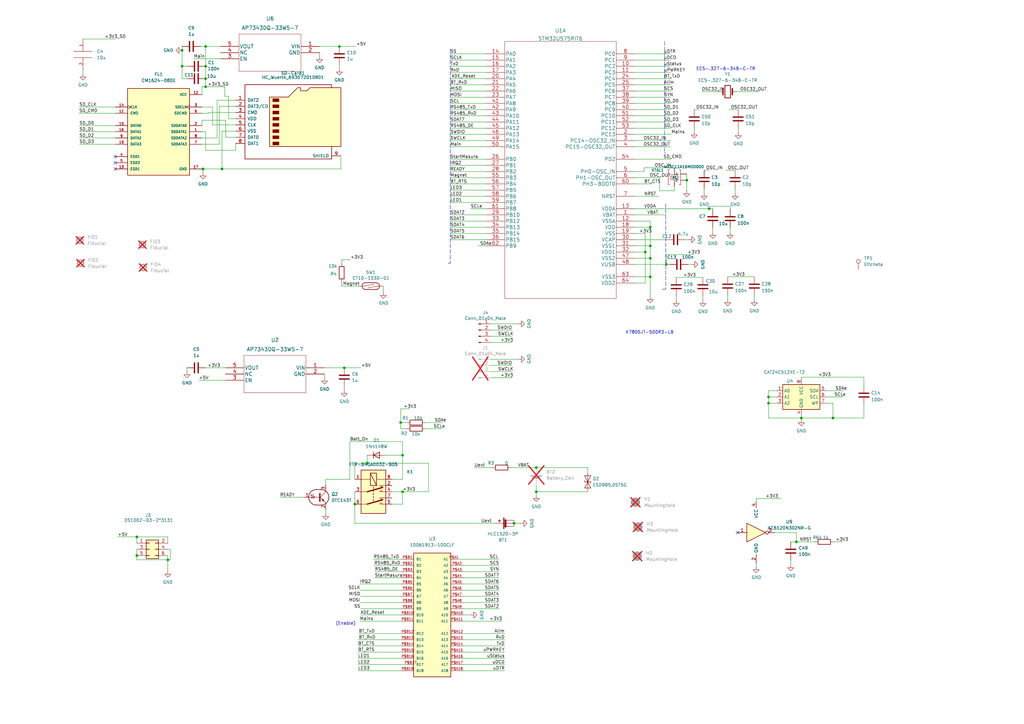
<source format=kicad_sch>
(kicad_sch (version 20231120) (generator "eeschema") (generator_version "8.0")
  (paper "A3")
  (title_block (title "CPU ") (rev "4.0") (company "Delta Electronics SRL"))
  (junction (at 266.7 113.538))
  (junction (at 164.3126 173.3042))
  (junction (at 219.964 191.77))
  (junction (at 165.1 186.69))
  (junction (at 281.686 73.914))
  (junction (at 315.214 165.354))
  (junction (at 273.304 108.458))
  (junction (at 145.542 206.756))
  (junction (at 290.83 85.598))
  (junction (at 141.224 150.876))
  (junction (at 84.328 19.05))
  (junction (at 341.63 171.45))
  (junction (at 91.059 69.2912))
  (junction (at 315.214 162.814))
  (junction (at 74.676 27.178))
  (junction (at 210.82 214.63))
  (junction (at 68.834 229.616))
  (junction (at 83.2612 69.2912))
  (junction (at 326.644 222.25))
  (junction (at 74.676 20.6502))
  (junction (at 150.622 189.992))
  (junction (at 56.134 227.838))
  (junction (at 328.676 171.45))
  (junction (at 266.7 105.918))
  (junction (at 84.328 32.258))
  (junction (at 84.328 35.56))
  (junction (at 264.668 103.378))
  (junction (at 266.7 93.218))
  (junction (at 84.328 27.178))
  (junction (at 165.1 201.676))
  (junction (at 139.192 19.05))
  (junction (at 266.7 100.838))
  (junction (at 219.964 201.676))
  (junction (at 56.134 220.218))
  (no_connect (at 47.2948 69.2912))
  (no_connect (at 454.66 81.28))
  (no_connect (at 302.514 218.44))
  (no_connect (at 47.2948 66.7512))
  (no_connect (at 47.2948 64.2112))
  (wire (pts (xy 81.534 155.956) (xy 92.456 155.956)))
  (polyline (pts (xy 184.658 107.95) (xy 183.896 107.95)) (stroke (width 0) (type dash)))
  (wire (pts (xy 56.134 222.758) (xy 56.134 220.218)))
  (wire (pts (xy 47.2948 46.4312) (xy 32.4104 46.4312)))
  (wire (pts (xy 310.134 231.14) (xy 310.134 232.41)))
  (wire (pts (xy 68.834 229.616) (xy 68.834 234.188)))
  (wire (pts (xy 189.992 234.442) (xy 204.724 234.442)))
  (wire (pts (xy 89.8906 59.1312) (xy 89.8906 43.6118)))
  (wire (pts (xy 140.1318 106.5022) (xy 140.1318 108.0516)))
  (wire (pts (xy 145.542 214.63) (xy 203.2 214.63)))
  (wire (pts (xy 260.35 93.218) (xy 266.7 93.218)))
  (wire (pts (xy 309.372 121.158) (xy 309.372 122.936)))
  (wire (pts (xy 164.3126 175.8442) (xy 166.8526 175.8442)))
  (wire (pts (xy 189.992 254.762) (xy 205.994 254.762)))
  (wire (pts (xy 338.836 162.814) (xy 345.694 162.814)))
  (wire (pts (xy 184.658 67.818) (xy 199.39 67.818)))
  (wire (pts (xy 184.658 98.298) (xy 199.39 98.298)))
  (wire (pts (xy 288.798 69.85) (xy 290.83 69.85)))
  (wire (pts (xy 145.542 189.992) (xy 145.542 196.596)))
  (wire (pts (xy 84.328 35.56) (xy 92.1766 35.56)))
  (wire (pts (xy 324.3326 222.25) (xy 326.644 222.25)))
  (wire (pts (xy 201.422 140.462) (xy 210.058 140.462)))
  (wire (pts (xy 315.214 165.354) (xy 318.516 165.354)))
  (wire (pts (xy 260.35 100.838) (xy 266.7 100.838)))
  (wire (pts (xy 165.1 196.596) (xy 160.782 196.596)))
  (wire (pts (xy 345.7702 160.2232) (xy 345.7702 160.274)))
  (polyline (pts (xy 271.526 118.618) (xy 273.05 118.618)) (stroke (width 0) (type dash)))
  (wire (pts (xy 184.658 47.498) (xy 199.39 47.498)))
  (wire (pts (xy 89.027 41.0718) (xy 96.647 41.0718)))
  (wire (pts (xy 284.734 44.958) (xy 286.766 44.958)))
  (wire (pts (xy 273.304 108.458) (xy 274.574 108.458)))
  (wire (pts (xy 93.726 39.4462) (xy 92.1766 39.4462)))
  (wire (pts (xy 315.214 160.274) (xy 315.214 162.814)))
  (wire (pts (xy 201.422 135.382) (xy 210.058 135.382)))
  (wire (pts (xy 277.368 121.412) (xy 277.368 123.19)))
  (wire (pts (xy 315.214 165.354) (xy 315.214 171.45)))
  (wire (pts (xy 354.33 158.242) (xy 354.33 154.686)))
  (wire (pts (xy 82.8548 54.0512) (xy 84.3026 54.0512)))
  (wire (pts (xy 153.162 229.362) (xy 164.592 229.362)))
  (wire (pts (xy 204.724 231.902) (xy 189.992 231.902)))
  (wire (pts (xy 275.082 60.198) (xy 260.35 60.198)))
  (wire (pts (xy 199.39 93.218) (xy 184.658 93.218)))
  (wire (pts (xy 96.647 61.6712) (xy 96.647 58.8518)))
  (wire (pts (xy 184.658 70.358) (xy 199.39 70.358)))
  (wire (pts (xy 275.082 27.178) (xy 260.35 27.178)))
  (wire (pts (xy 140.1318 117.348) (xy 146.9898 117.348)))
  (wire (pts (xy 150.622 189.992) (xy 175.768 189.992)))
  (wire (pts (xy 133.096 150.876) (xy 141.224 150.876)))
  (wire (pts (xy 158.242 186.69) (xy 165.1 186.69)))
  (wire (pts (xy 92.6084 49.3522) (xy 82.8548 49.3522)))
  (wire (pts (xy 326.644 222.25) (xy 334.264 222.25)))
  (wire (pts (xy 275.082 57.658) (xy 260.35 57.658)))
  (wire (pts (xy 341.63 165.354) (xy 338.836 165.354)))
  (wire (pts (xy 194.564 191.77) (xy 201.93 191.77)))
  (wire (pts (xy 266.7 90.678) (xy 266.7 93.218)))
  (wire (pts (xy 147.828 247.142) (xy 164.592 247.142)))
  (wire (pts (xy 82.8548 69.2912) (xy 83.2612 69.2912)))
  (wire (pts (xy 315.214 162.814) (xy 318.516 162.814)))
  (wire (pts (xy 184.658 24.638) (xy 199.39 24.638)))
  (wire (pts (xy 32.512 51.5112) (xy 47.2948 51.5112)))
  (polyline (pts (xy 183.896 107.95) (xy 183.896 107.95)) (stroke (width 0) (type dash)))
  (wire (pts (xy 260.35 113.538) (xy 266.7 113.538)))
  (wire (pts (xy 187.452 229.362) (xy 204.47 229.362)))
  (wire (pts (xy 189.992 252.222) (xy 193.04 252.222)))
  (wire (pts (xy 164.3126 173.3042) (xy 166.8526 173.3042)))
  (wire (pts (xy 164.3126 173.3042) (xy 164.3126 175.8442)))
  (wire (pts (xy 290.83 84.582) (xy 290.83 85.598)))
  (wire (pts (xy 133.096 153.416) (xy 133.096 155.0162)))
  (wire (pts (xy 275.082 42.418) (xy 260.35 42.418)))
  (wire (pts (xy 145.542 206.756) (xy 145.542 214.63)))
  (wire (pts (xy 84.328 32.258) (xy 84.328 35.56)))
  (wire (pts (xy 275.082 47.498) (xy 260.35 47.498)))
  (wire (pts (xy 147.828 244.602) (xy 164.592 244.602)))
  (wire (pts (xy 189.992 244.602) (xy 204.724 244.602)))
  (wire (pts (xy 199.39 88.138) (xy 184.658 88.138)))
  (wire (pts (xy 354.33 165.862) (xy 354.33 171.45)))
  (wire (pts (xy 82.8548 56.5912) (xy 89.027 56.5912)))
  (wire (pts (xy 260.35 50.038) (xy 275.082 50.038)))
  (wire (pts (xy 74.676 27.178) (xy 76.708 27.178)))
  (wire (pts (xy 241.046 201.422) (xy 241.046 201.676)))
  (wire (pts (xy 76.708 32.258) (xy 74.676 32.258)))
  (wire (pts (xy 160.782 201.676) (xy 165.1 201.676)))
  (wire (pts (xy 297.688 69.85) (xy 301.498 69.85)))
  (wire (pts (xy 141.224 158.496) (xy 141.224 160.0962)))
  (wire (pts (xy 219.964 199.39) (xy 219.964 201.676)))
  (wire (pts (xy 193.04 85.598) (xy 199.39 85.598)))
  (wire (pts (xy 328.676 155.194) (xy 328.676 154.686)))
  (wire (pts (xy 241.046 201.676) (xy 219.964 201.676)))
  (wire (pts (xy 74.676 19.05) (xy 74.676 20.6502)))
  (wire (pts (xy 34.036 16.002) (xy 47.244 16.002)))
  (wire (pts (xy 184.658 57.658) (xy 199.39 57.658)))
  (wire (pts (xy 292.354 93.472) (xy 292.354 95.25)))
  (wire (pts (xy 201.422 152.4) (xy 210.058 152.4)))
  (wire (pts (xy 56.134 229.616) (xy 68.834 229.616)))
  (wire (pts (xy 85.598 46.1518) (xy 85.598 46.4312)))
  (wire (pts (xy 147.828 252.222) (xy 164.592 252.222)))
  (wire (pts (xy 184.658 72.898) (xy 199.39 72.898)))
  (wire (pts (xy 264.668 116.078) (xy 264.668 103.378)))
  (wire (pts (xy 241.046 191.77) (xy 241.046 193.802)))
  (wire (pts (xy 74.676 27.178) (xy 74.676 32.258)))
  (wire (pts (xy 275.336 65.278) (xy 260.35 65.278)))
  (wire (pts (xy 164.3126 167.6908) (xy 167.7924 167.6908)))
  (wire (pts (xy 84.3026 54.0512) (xy 84.3026 61.6712)))
  (wire (pts (xy 184.658 95.758) (xy 199.39 95.758)))
  (wire (pts (xy 96.647 46.1518) (xy 85.598 46.1518)))
  (wire (pts (xy 146.812 267.462) (xy 164.592 267.462)))
  (wire (pts (xy 273.304 108.458) (xy 273.304 104.394)))
  (wire (pts (xy 260.35 85.598) (xy 290.83 85.598)))
  (wire (pts (xy 164.3126 167.6908) (xy 164.3126 173.3042)))
  (wire (pts (xy 147.574 254.762) (xy 164.592 254.762)))
  (wire (pts (xy 260.35 32.258) (xy 275.336 32.258)))
  (polyline (pts (xy 272.542 17.018) (xy 272.542 62.738)) (stroke (width 0) (type dash)))
  (wire (pts (xy 260.35 88.138) (xy 273.05 88.138)))
  (wire (pts (xy 266.7 100.838) (xy 266.7 105.918)))
  (wire (pts (xy 184.658 80.518) (xy 199.39 80.518)))
  (wire (pts (xy 174.4726 173.3042) (xy 181.4068 173.3042)))
  (wire (pts (xy 84.328 27.178) (xy 84.328 32.258)))
  (wire (pts (xy 341.884 222.25) (xy 345.6432 222.25)))
  (wire (pts (xy 153.67 236.982) (xy 164.592 236.982)))
  (wire (pts (xy 310.134 205.74) (xy 310.134 204.47)))
  (wire (pts (xy 184.658 90.678) (xy 199.39 90.678)))
  (wire (pts (xy 275.082 24.638) (xy 260.35 24.638)))
  (wire (pts (xy 48.26 220.218) (xy 56.134 220.218)))
  (wire (pts (xy 89.027 56.5912) (xy 89.027 41.0718)))
  (wire (pts (xy 326.644 218.44) (xy 326.644 222.25)))
  (wire (pts (xy 184.658 83.058) (xy 199.39 83.058)))
  (wire (pts (xy 184.658 34.798) (xy 199.39 34.798)))
  (wire (pts (xy 139.192 26.67) (xy 139.192 28.2702)))
  (wire (pts (xy 82.8548 49.3522) (xy 82.8548 51.5112)))
  (wire (pts (xy 141.224 150.876) (xy 148.082 150.876)))
  (wire (pts (xy 184.658 65.278) (xy 199.39 65.278)))
  (wire (pts (xy 32.4866 56.5912) (xy 47.2948 56.5912)))
  (wire (pts (xy 338.836 160.274) (xy 345.7702 160.274)))
  (wire (pts (xy 315.214 171.45) (xy 328.676 171.45)))
  (wire (pts (xy 84.328 150.876) (xy 92.456 150.876)))
  (wire (pts (xy 260.35 72.898) (xy 270.51 72.898)))
  (wire (pts (xy 91.059 53.7718) (xy 91.059 69.2912)))
  (wire (pts (xy 96.647 51.2318) (xy 87.1728 51.2318)))
  (wire (pts (xy 189.992 275.082) (xy 207.01 275.082)))
  (wire (pts (xy 210.82 214.63) (xy 213.614 214.63)))
  (wire (pts (xy 143.51 181.102) (xy 143.51 196.596)))
  (wire (pts (xy 147.066 262.382) (xy 164.592 262.382)))
  (wire (pts (xy 287.782 37.592) (xy 294.64 37.592)))
  (wire (pts (xy 189.992 272.542) (xy 207.01 272.542)))
  (wire (pts (xy 270.51 78.232) (xy 276.606 78.232)))
  (wire (pts (xy 266.7 93.218) (xy 266.7 100.838)))
  (wire (pts (xy 299.466 85.852) (xy 299.466 84.582)))
  (wire (pts (xy 299.466 84.582) (xy 290.83 84.582)))
  (wire (pts (xy 201.422 132.842) (xy 212.598 132.842)))
  (wire (pts (xy 264.16 70.358) (xy 264.16 68.834)))
  (wire (pts (xy 260.35 103.378) (xy 264.668 103.378)))
  (wire (pts (xy 82.8548 59.1312) (xy 89.8906 59.1312)))
  (wire (pts (xy 264.668 95.758) (xy 264.668 103.378)))
  (wire (pts (xy 87.1728 43.8912) (xy 82.8548 43.8912)))
  (wire (pts (xy 184.658 27.178) (xy 199.39 27.178)))
  (wire (pts (xy 199.39 32.258) (xy 184.658 32.258)))
  (wire (pts (xy 56.134 225.298) (xy 56.134 227.838)))
  (wire (pts (xy 282.194 108.458) (xy 283.718 108.458)))
  (wire (pts (xy 74.676 20.6502) (xy 74.676 27.178)))
  (wire (pts (xy 133.604 209.042) (xy 133.604 210.566)))
  (wire (pts (xy 301.498 77.47) (xy 301.498 79.248)))
  (wire (pts (xy 260.35 70.358) (xy 264.16 70.358)))
  (wire (pts (xy 275.082 44.958) (xy 260.35 44.958)))
  (wire (pts (xy 181.4068 173.2534) (xy 181.4068 173.3042)))
  (wire (pts (xy 47.2948 59.1312) (xy 32.5374 59.1312)))
  (wire (pts (xy 87.1728 51.2318) (xy 87.1728 43.8912)))
  (wire (pts (xy 275.082 22.098) (xy 260.35 22.098)))
  (wire (pts (xy 184.658 52.578) (xy 199.39 52.578)))
  (wire (pts (xy 68.834 227.838) (xy 68.834 229.616)))
  (wire (pts (xy 277.368 113.792) (xy 288.29 113.792)))
  (wire (pts (xy 315.214 162.814) (xy 315.214 165.354)))
  (wire (pts (xy 204.724 236.982) (xy 189.992 236.982)))
  (wire (pts (xy 139.827 63.9318) (xy 139.827 69.2912)))
  (wire (pts (xy 290.83 85.598) (xy 292.354 85.598)))
  (wire (pts (xy 89.8906 43.6118) (xy 96.647 43.6118)))
  (wire (pts (xy 260.35 80.518) (xy 270.002 80.518)))
  (wire (pts (xy 157.226 119.888) (xy 157.1498 117.348)))
  (wire (pts (xy 189.992 270.002) (xy 207.01 270.002)))
  (wire (pts (xy 34.036 28.702) (xy 34.036 30.3022)))
  (wire (pts (xy 302.768 52.578) (xy 302.768 54.356)))
  (wire (pts (xy 184.658 55.118) (xy 199.39 55.118)))
  (wire (pts (xy 260.35 108.458) (xy 273.304 108.458)))
  (wire (pts (xy 184.658 39.878) (xy 199.39 39.878)))
  (wire (pts (xy 69.85 225.298) (xy 69.85 229.616)))
  (wire (pts (xy 204.724 239.522) (xy 189.992 239.522)))
  (wire (pts (xy 275.082 34.798) (xy 260.35 34.798)))
  (wire (pts (xy 96.647 48.6918) (xy 93.726 48.6918)))
  (wire (pts (xy 219.964 191.77) (xy 241.046 191.77)))
  (wire (pts (xy 184.658 50.038) (xy 199.39 50.038)))
  (wire (pts (xy 93.726 48.6918) (xy 93.726 39.4462)))
  (wire (pts (xy 133.604 196.596) (xy 133.604 198.882)))
  (wire (pts (xy 145.542 189.992) (xy 150.622 189.992)))
  (polyline (pts (xy 184.658 20.066) (xy 184.658 107.95)) (stroke (width 0) (type dash)))
  (polyline (pts (xy 272.542 62.738) (xy 273.05 62.738)) (stroke (width 0) (type dash)))
  (wire (pts (xy 207.01 267.462) (xy 189.992 267.462)))
  (wire (pts (xy 85.598 46.4312) (xy 82.8548 46.4312)))
  (wire (pts (xy 341.63 171.45) (xy 341.63 165.354)))
  (wire (pts (xy 318.516 160.274) (xy 315.214 160.274)))
  (wire (pts (xy 184.658 60.198) (xy 199.39 60.198)))
  (wire (pts (xy 69.85 229.616) (xy 68.834 229.616)))
  (wire (pts (xy 79.502 24.13) (xy 90.424 24.13)))
  (wire (pts (xy 298.45 121.158) (xy 298.45 122.936)))
  (wire (pts (xy 280.924 98.298) (xy 282.448 98.298)))
  (wire (pts (xy 260.35 37.338) (xy 275.082 37.338)))
  (wire (pts (xy 201.422 147.32) (xy 212.598 147.32)))
  (wire (pts (xy 76.708 150.876) (xy 76.708 152.4762)))
  (wire (pts (xy 165.1 181.102) (xy 143.51 181.102)))
  (wire (pts (xy 302.26 37.592) (xy 311.404 37.592)))
  (wire (pts (xy 82.296 19.05) (xy 84.328 19.05)))
  (wire (pts (xy 266.7 105.918) (xy 266.7 113.538)))
  (wire (pts (xy 310.134 204.47) (xy 320.294 204.47)))
  (wire (pts (xy 140.1318 106.5022) (xy 143.6878 106.5022)))
  (wire (pts (xy 201.422 137.922) (xy 210.058 137.922)))
  (wire (pts (xy 324.3326 229.87) (xy 324.3326 231.5718)))
  (wire (pts (xy 184.658 29.718) (xy 199.39 29.718)))
  (wire (pts (xy 189.992 249.682) (xy 204.724 249.682)))
  (wire (pts (xy 270.51 72.898) (xy 270.51 78.232)))
  (wire (pts (xy 32.512 54.0512) (xy 47.2948 54.0512)))
  (wire (pts (xy 146.812 275.082) (xy 164.592 275.082)))
  (wire (pts (xy 184.658 22.098) (xy 199.39 22.098)))
  (wire (pts (xy 147.828 249.682) (xy 164.592 249.682)))
  (wire (pts (xy 260.35 55.118) (xy 275.336 55.118)))
  (wire (pts (xy 160.782 206.756) (xy 165.1 206.756)))
  (wire (pts (xy 56.134 220.218) (xy 68.834 220.218)))
  (wire (pts (xy 199.39 75.438) (xy 184.658 75.438)))
  (wire (pts (xy 354.33 171.45) (xy 341.63 171.45)))
  (wire (pts (xy 140.1318 115.6716) (xy 140.1318 117.348)))
  (wire (pts (xy 204.724 242.062) (xy 189.992 242.062)))
  (wire (pts (xy 275.082 29.718) (xy 260.35 29.718)))
  (wire (pts (xy 328.676 170.434) (xy 328.676 171.45)))
  (wire (pts (xy 82.8548 38.8112) (xy 82.8548 35.56)))
  (wire (pts (xy 146.812 272.542) (xy 167.132 272.542)))
  (wire (pts (xy 84.328 19.05) (xy 84.328 27.178)))
  (wire (pts (xy 153.416 231.902) (xy 164.592 231.902)))
  (wire (pts (xy 273.304 104.394) (xy 284.734 104.394)))
  (wire (pts (xy 139.192 19.05) (xy 146.05 19.05)))
  (wire (pts (xy 298.958 44.958) (xy 302.768 44.958)))
  (wire (pts (xy 90.424 19.05) (xy 84.328 19.05)))
  (wire (pts (xy 260.35 105.918) (xy 266.7 105.918)))
  (wire (pts (xy 56.134 227.838) (xy 56.134 229.616)))
  (wire (pts (xy 266.7 113.538) (xy 266.7 121.666)))
  (wire (pts (xy 281.686 71.374) (xy 281.686 73.914)))
  (wire (pts (xy 165.1 201.676) (xy 175.768 201.676)))
  (wire (pts (xy 153.67 234.442) (xy 164.592 234.442)))
  (wire (pts (xy 260.35 98.298) (xy 273.304 98.298)))
  (wire (pts (xy 275.082 52.578) (xy 260.35 52.578)))
  (wire (pts (xy 92.6084 56.3118) (xy 92.6084 49.3522)))
  (wire (pts (xy 165.1 181.102) (xy 165.1 186.69)))
  (wire (pts (xy 317.754 218.44) (xy 326.644 218.44)))
  (wire (pts (xy 145.542 201.676) (xy 145.542 206.756)))
  (wire (pts (xy 92.1766 39.4462) (xy 92.1766 35.56)))
  (wire (pts (xy 298.45 113.538) (xy 309.372 113.538)))
  (wire (pts (xy 264.16 68.834) (xy 276.606 68.834)))
  (wire (pts (xy 114.808 203.962) (xy 124.714 203.962)))
  (wire (pts (xy 275.082 39.878) (xy 260.35 39.878)))
  (wire (pts (xy 146.812 270.002) (xy 164.592 270.002)))
  (wire (pts (xy 68.834 225.298) (xy 69.85 225.298)))
  (wire (pts (xy 184.658 77.978) (xy 199.39 77.978)))
  (wire (pts (xy 184.658 37.338) (xy 199.39 37.338)))
  (wire (pts (xy 83.2612 69.2912) (xy 83.2612 70.8914)))
  (wire (pts (xy 276.606 78.232) (xy 276.606 76.454)))
  (wire (pts (xy 207.01 262.382) (xy 189.992 262.382)))
  (wire (pts (xy 204.724 247.142) (xy 189.992 247.142)))
  (wire (pts (xy 299.466 93.472) (xy 299.466 95.25)))
  (wire (pts (xy 147.828 242.062) (xy 164.592 242.062)))
  (wire (pts (xy 328.676 171.45) (xy 341.63 171.45)))
  (wire (pts (xy 288.798 77.47) (xy 288.798 79.248)))
  (wire (pts (xy 150.622 186.69) (xy 150.622 189.992)))
  (wire (pts (xy 219.964 201.676) (xy 219.964 203.2)))
  (wire (pts (xy 201.422 149.86) (xy 210.058 149.86)))
  (wire (pts (xy 146.812 264.922) (xy 164.592 264.922)))
  (wire (pts (xy 131.064 21.59) (xy 131.064 23.1902)))
  (wire (pts (xy 281.686 73.914) (xy 281.686 78.232)))
  (wire (pts (xy 207.01 259.842) (xy 189.992 259.842)))
  (wire (pts (xy 260.35 90.678) (xy 266.7 90.678)))
  (wire (pts (xy 84.3026 61.6712) (xy 96.647 61.6712)))
  (wire (pts (xy 292.354 85.598) (xy 292.354 85.852)))
  (wire (pts (xy 260.35 95.758) (xy 264.668 95.758)))
  (wire (pts (xy 96.647 53.7718) (xy 91.059 53.7718)))
  (wire (pts (xy 260.35 75.438) (xy 267.462 75.438)))
  (wire (pts (xy 328.676 154.686) (xy 354.33 154.686)))
  (polyline (pts (xy 273.05 83.566) (xy 273.05 118.618)) (stroke (width 0) (type dash)))
  (wire (pts (xy 82.8548 35.56) (xy 84.328 35.56)))
  (wire (pts (xy 201.422 154.94) (xy 210.058 154.94)))
  (wire (pts (xy 68.834 220.218) (xy 68.834 222.758)))
  (wire (pts (xy 210.82 215.9) (xy 210.82 214.63)))
  (wire (pts (xy 139.827 69.2912) (xy 91.059 69.2912)))
  (wire (pts (xy 147.066 259.842) (xy 164.592 259.842)))
  (wire (pts (xy 165.1 206.756) (xy 165.1 201.676)))
  (wire (pts (xy 184.658 42.418) (xy 199.39 42.418)))
  (wire (pts (xy 210.82 214.63) (xy 210.82 213.36)))
  (wire (pts (xy 32.4866 43.8912) (xy 47.2948 43.8912)))
  (wire (pts (xy 147.574 239.522) (xy 164.592 239.522)))
  (wire (pts (xy 165.1 186.69) (xy 165.1 196.596)))
  (wire (pts (xy 131.064 19.05) (xy 139.192 19.05)))
  (wire (pts (xy 219.964 191.77) (xy 209.55 191.77)))
  (wire (pts (xy 207.01 264.922) (xy 189.992 264.922)))
  (wire (pts (xy 175.768 201.676) (xy 175.768 189.992)))
  (wire (pts (xy 133.604 196.596) (xy 143.51 196.596)))
  (wire (pts (xy 328.676 171.45) (xy 328.676 172.1358)))
  (wire (pts (xy 174.4726 175.8442) (xy 181.3306 175.8442)))
  (wire (pts (xy 284.734 52.578) (xy 284.734 54.102)))
  (wire (pts (xy 199.39 44.958) (xy 184.658 44.958)))
  (wire (pts (xy 96.647 56.3118) (xy 92.6084 56.3118)))
  (wire (pts (xy 288.29 121.412) (xy 288.29 123.19)))
  (wire (pts (xy 91.059 69.2912) (xy 83.2612 69.2912)))
  (wire (pts (xy 260.35 116.078) (xy 264.668 116.078)))
  (wire (pts (xy 195.834 100.838) (xy 199.39 100.838)))
  (text "ECS-.327-6-34B-C-TR" (at 285.496 29.1084 0) (effects (font (size 1.27 1.27)) (justify left bottom)))
  (text "K7805JT-500R3-LB" (at 256.54 137.16 0) (effects (font (size 1.27 1.27)) (justify left bottom)))
  (text "(Enable)" (at 137.668 256.54 0) (effects (font (size 1.27 1.27)) (justify left bottom)))
  (label "Uext" (at 194.564 191.77 0))
  (label "Mains" (at 275.336 55.118 0))
  (label "OSC_OUT" (at 266.446 72.898 0))
  (label "SD_D2" (at 272.288 47.498 0))
  (label "SDAe" (at 196.85 100.838 0))
  (label "Batt_On" (at 143.51 181.102 0))
  (label "OSC32_IN" (at 287.782 37.592 0))
  (label "OSC32_IN" (at 285.496 44.958 0))
  (label "SD_D0" (at 32.512 51.5112 0))
  (label "NRST" (at 264.16 80.518 0))
  (label "ADE_Reset" (at 147.828 252.222 0))
  (label "RS485_DE" (at 153.67 234.442 0))
  (label "RxD" (at 184.658 29.718 0))
  (label "SDAT5" (at 204.724 242.062 180))
  (label "OSC32_OUT" (at 303.53 37.592 0))
  (label "OSC32_OUT" (at 263.906 60.198 0))
  (label "SDAT4" (at 184.658 93.218 0))
  (label "LED3" (at 184.658 77.978 0))
  (label "SDAT6" (at 184.658 98.298 0))
  (label "RS485_TxD" (at 184.658 44.958 0))
  (label "+3V3" (at 335.534 154.686 0))
  (label "OSC_OUT" (at 298.45 69.85 0))
  (label "BT_RTS" (at 146.812 267.462 0))
  (label "SDAe" (at 342.5952 160.274 0))
  (label "TxD" (at 184.658 27.178 0))
  (label "uDTR" (at 272.288 22.098 0))
  (label "SDAT2" (at 184.658 88.138 0))
  (label "SDAT7" (at 204.724 236.982 180))
  (label "LED1" (at 184.658 83.058 0))
  (label "SDAT7" (at 184.658 50.038 0))
  (label "SDAT4" (at 204.724 244.602 180))
  (label "SCS" (at 272.288 37.338 0))
  (label "+5V" (at 148.082 150.876 0))
  (label "SWDIO" (at 203.962 135.382 0))
  (label "BT_TxD" (at 147.066 259.842 0))
  (label "LED2" (at 184.658 80.518 0))
  (label "VBAT" (at 265.43 88.138 0))
  (label "VDDA" (at 264.16 85.598 0))
  (label "SCL" (at 204.47 229.362 180))
  (label "+3V3" (at 280.162 113.792 0))
  (label "SWCLK" (at 204.216 152.4 0))
  (label "uPWRKEY" (at 272.288 29.718 0))
  (label "Uext" (at 201.676 214.63 180))
  (label "SD_CMD" (at 32.4104 46.4312 0))
  (label "VBAT" (at 212.344 191.77 0))
  (label "uPWRKEY" (at 207.01 267.462 180))
  (label "SWDIO" (at 184.658 55.118 0))
  (label "Magnet" (at 140.6398 117.348 0))
  (label "SCL" (at 184.658 42.418 0))
  (label "SDAT3" (at 204.724 247.142 180))
  (label "LED1" (at 146.812 270.002 0))
  (label "LED3" (at 146.812 275.082 0))
  (label "SCLe" (at 177.7746 175.8442 0))
  (label "IRQ2" (at 184.658 67.818 0))
  (label "ADE_Reset" (at 185.166 32.258 0))
  (label "SWDIO" (at 203.962 149.86 0))
  (label "StartMasura" (at 153.67 236.982 0))
  (label "SWCLK" (at 204.216 137.922 0))
  (label "uStatus" (at 272.288 27.178 0))
  (label "MOSI" (at 184.658 39.878 0))
  (label "OSC32_IN" (at 263.906 57.658 0))
  (label "BT_RxD" (at 147.066 262.382 0))
  (label "BT_CTS" (at 146.812 264.922 0))
  (label "BT_TxD" (at 272.288 32.258 0))
  (label "uDCD" (at 272.288 24.638 0))
  (label "SCLe" (at 193.04 85.598 0))
  (label "SDAT5" (at 184.658 95.758 0))
  (label "Mains" (at 147.574 254.762 0))
  (label "MISO" (at 147.828 244.602 180))
  (label "+3V3" (at 281.94 104.394 0))
  (label "RS485_TxD" (at 153.162 229.362 0))
  (label "NRST" (at 327.9394 222.25 0))
  (label "+3V3" (at 165.1 201.676 0))
  (label "READY" (at 184.658 70.358 0))
  (label "Alim" (at 272.288 34.798 0))
  (label "SDAT2" (at 204.724 249.682 180))
  (label "+3V3_SD" (at 42.926 16.002 0))
  (label "SD_D1" (at 32.512 54.0512 0))
  (label "SD_D3" (at 272.288 50.038 0))
  (label "SD_CLK" (at 32.4866 43.8912 0))
  (label "OSC_IN" (at 268.478 68.834 0))
  (label "RS485_RxD" (at 184.658 47.498 0))
  (label "uDTR" (at 207.01 275.082 180))
  (label "SS" (at 147.828 249.682 180))
  (label "BT_RTS" (at 184.658 75.438 0))
  (label "SDAT3" (at 184.658 90.678 0))
  (label "RxD" (at 207.01 262.382 180))
  (label "TxD" (at 207.01 264.922 180))
  (label "SD_CLK" (at 272.288 52.578 0))
  (label "SDAe" (at 178.2318 173.3042 0))
  (label "SD_D0" (at 272.288 42.418 0))
  (label "BT_RxD" (at 184.658 34.798 0))
  (label "+3V3" (at 205.232 154.94 0))
  (label "+3V3_SD" (at 85.1154 35.56 0))
  (label "SCLe" (at 342.138 162.814 0))
  (label "+3V3" (at 300.228 113.538 0))
  (label "+3V3" (at 143.6878 106.5022 0))
  (label "+5V" (at 48.26 220.218 0))
  (label "BT_CTS" (at 264.16 75.438 0))
  (label "SD_CMD" (at 272.034 65.278 0))
  (label "StartMasura" (at 184.658 65.278 0))
  (label "Magnet" (at 184.658 72.898 0))
  (label "+5V" (at 81.534 155.956 0))
  (label "RS485_DE" (at 184.658 52.578 0))
  (label "SS" (at 184.658 22.098 0))
  (label "+3V3" (at 205.232 140.462 0))
  (label "+3V3" (at 262.128 95.758 0))
  (label "SD_D3" (at 32.5374 59.1312 0))
  (label "SWCLK" (at 184.658 57.658 0))
  (label "RS485_RxD" (at 153.416 231.902 0))
  (label "LED2" (at 146.812 272.542 0))
  (label "+3V3" (at 165.5064 167.6908 0))
  (label "+3V3" (at 205.994 254.762 180))
  (label "uDCD" (at 207.01 272.542 180))
  (label "MOSI" (at 147.828 247.142 180))
  (label "+5V" (at 146.05 19.05 0))
  (label "+3V3" (at 85.09 150.876 0))
  (label "READY" (at 114.808 203.962 0))
  (label "MISO" (at 184.658 37.338 0))
  (label "SCLK" (at 184.658 24.638 0))
  (label "Main" (at 79.502 24.13 0))
  (label "OSC32_OUT" (at 299.72 44.958 0))
  (label "IRQ2" (at 147.574 239.522 0))
  (label "SDAT6" (at 204.724 239.522 180))
  (label "SD_D1" (at 272.288 44.958 0))
  (label "OSC_IN" (at 289.56 69.85 0))
  (label "SYN" (at 272.288 39.878 0))
  (label "SCLK" (at 147.828 242.062 180))
  (label "Alim" (at 207.01 259.842 180))
  (label "SYN" (at 204.724 234.442 180))
  (label "uStatus" (at 207.01 270.002 180))
  (label "+3V3" (at 342.6968 222.25 0))
  (label "Main" (at 184.658 60.198 0))
  (label "+3V3" (at 313.944 204.47 0))
  (label "SD_D2" (at 32.4866 56.5912 0))
  (label "SCS" (at 204.724 231.902 180))
  (symbol (lib_id "Connector:Micro_SD_Card") (at 119.507 48.6918 0) (unit 1)
    (property "Reference" "SD-Card1" (at 120.142 29.972 0))
    (property "Value" "HC_Wuerth_693072010801" (at 120.142 31.75 0))
    (property "Footprint" "Connector_Card:microSD_HC_Wuerth_693072010801" (effects (hide yes)))
    (property "Datasheet" "http://katalog.we-online.de/em/datasheet/693072010801.pdf" (effects (hide yes)))
    (property "VTPN" "4414-00010-00" (effects (hide yes)))
  )
  (symbol (lib_id "power:GND") (at 133.096 155.0162 0) (unit 1)
    (property "Reference" "#PWR010" (effects (hide yes)))
    (property "Value" "GND" (at 133.096 159.5787 0))
  )
  (symbol (lib_id "power:GND") (at 328.676 172.1358 0) (unit 1)
    (property "Reference" "#PWR018" (effects (hide yes)))
    (property "Value" "GND" (at 328.676 176.6983 0))
  )
  (symbol (lib_id "Device:C") (at 298.45 117.348 0) (unit 1)
    (property "Reference" "C27" (at 301.371 116.4395 0) (effects (justify left)))
    (property "Value" "100n" (at 301.371 119.2146 0) (effects (justify left)))
    (property "Footprint" "Capacitor_SMD:C_0603_1608Metric" (effects (hide yes)))
    (property "VTPN" "4106-00020-00" (effects (hide yes)))
  )
  (symbol (lib_id "Connector:TestPoint") (at 352.044 110.49 0) (unit 1)
    (property "Reference" "TP1" (at 354.33 105.9179 0) (effects (justify left)))
    (property "Value" "Eticheta" (at 354.33 108.4579 0) (effects (justify left)))
    (property "Footprint" "Symbol:Eticheta" (effects (hide yes)))
    (property "VTPN" "4000-00000-00" (effects (hide yes)))
  )
  (symbol (lib_id "Connector:Conn_01x04_Male") (at 196.342 149.86 0) (unit 1) (dnp yes)
    (property "Reference" "J1" (at 199.0852 142.7226 0))
    (property "Value" "Conn_01x04_Male" (at 199.0852 145.034 0))
    (property "Footprint" "Connector_PinHeader_2.54mm:A_PinHeader_1x04_P2.54mm_Test" (effects (hide yes)))
    (property "VTPN" "4000-00000-00" (effects (hide yes)))
  )
  (symbol (lib_id "Device:C") (at 80.518 32.258 90) (mirror x) (unit 1)
    (property "Reference" "C11" (at 79.502 30.734 90) (effects (justify left)))
    (property "Value" "10u" (at 88.646 31.242 90) (effects (justify left)))
    (property "Footprint" "Capacitor_SMD:C_1206_3216Metric" (effects (hide yes)))
    (property "VTPN" "4112-00100-00" (effects (hide yes)))
  )
  (symbol (lib_id "Diode:ESD9B5.0ST5G") (at 241.046 197.612 90) (unit 1)
    (property "Reference" "D2" (at 243.078 196.3419 90) (effects (justify right)))
    (property "Value" "ESD9B5.0ST5G" (at 243.078 198.8819 90) (effects (justify right)))
    (property "Footprint" "ESD:SOD-923_ONS" (effects (hide yes)))
    (property "Datasheet" "https://www.onsemi.com/pub/Collateral/ESD9B-D.PDF" (effects (hide yes)))
    (property "VTPN" "4510-00030-00" (effects (hide yes)))
  )
  (symbol (lib_id "Device:C") (at 139.192 22.86 0) (unit 1)
    (property "Reference" "C10" (at 142.24 21.5899 0) (effects (justify left)))
    (property "Value" "1u" (at 142.24 24.1299 0) (effects (justify left)))
    (property "Footprint" "Capacitor_SMD:C_0603_1608Metric" (effects (hide yes)))
    (property "VTPN" "4106-00100-00" (effects (hide yes)))
  )
  (symbol (lib_id "Device:C") (at 299.466 89.662 0) (unit 1)
    (property "Reference" "C8" (at 302.387 88.7535 0) (effects (justify left)))
    (property "Value" "100n" (at 302.387 91.5286 0) (effects (justify left)))
    (property "Footprint" "Capacitor_SMD:C_0603_1608Metric" (effects (hide yes)))
    (property "VTPN" "4106-00020-00" (effects (hide yes)))
  )
  (symbol (lib_id "power:GND") (at 298.45 122.936 0) (unit 1)
    (property "Reference" "#PWR0147" (effects (hide yes)))
    (property "Value" "GND" (at 298.45 127.4985 0))
  )
  (symbol (lib_id "power:GND") (at 131.064 23.1902 0) (unit 1)
    (property "Reference" "#PWR020" (effects (hide yes)))
    (property "Value" "GND" (at 131.064 27.7527 0))
  )
  (symbol (lib_id "Device:C") (at 277.368 117.602 0) (unit 1)
    (property "Reference" "C29" (at 280.289 116.6935 0) (effects (justify left)))
    (property "Value" "100n" (at 280.289 119.4686 0) (effects (justify left)))
    (property "Footprint" "Capacitor_SMD:C_0603_1608Metric" (effects (hide yes)))
    (property "VTPN" "4106-00020-00" (effects (hide yes)))
  )
  (symbol (lib_id "Mechanical:Fiducial") (at 33.02 107.95 0) (unit 1) (dnp yes)
    (property "Reference" "FID2" (at 36.068 106.6799 0) (effects (justify left)))
    (property "Value" "Fiducial" (at 36.068 109.2199 0) (effects (justify left)))
    (property "Footprint" "Fiducial:Fiducial_1mm_Mask2mm" (effects (hide yes)))
    (property "VTPN" "4000-00000-00" (effects (hide yes)))
  )
  (symbol (lib_id "Mechanical:MountingHole") (at 261.62 216.154 0) (unit 1) (dnp yes)
    (property "Reference" "H3" (at 265.176 214.8839 0) (effects (justify left)))
    (property "Value" "MountingHole" (at 265.176 217.4239 0) (effects (justify left)))
    (property "Footprint" "MountingHole:MountingHole_3.2mm_Simpla" (effects (hide yes)))
    (property "VTPN" "4000-00000-00" (effects (hide yes)))
  )
  (symbol (lib_id "Device:R") (at 170.6626 175.8442 270) (unit 1)
    (property "Reference" "R2" (at 167.132 177.8 90) (effects (justify right)))
    (property "Value" "10k" (at 172.4406 178.0286 90) (effects (justify right)))
    (property "Footprint" "Resistor_SMD:R_0603_1608Metric" (effects (hide yes)))
    (property "VTPN" "4006-00170-00" (effects (hide yes)))
  )
  (symbol (lib_id "Device:C") (at 80.518 27.178 90) (unit 1)
    (property "Reference" "C1" (at 86.614 25.654 90))
    (property "Value" "100n" (at 87.63 28.194 90))
    (property "Footprint" "Capacitor_SMD:C_0603_1608Metric" (effects (hide yes)))
    (property "VTPN" "4106-00020-00" (effects (hide yes)))
  )
  (symbol (lib_id "Device:R") (at 205.74 191.77 270) (unit 1)
    (property "Reference" "R3" (at 202.7174 189.9158 90) (effects (justify right)))
    (property "Value" "0" (at 208.4578 189.992 90) (effects (justify right)))
    (property "Footprint" "Resistor_SMD:R_0603_1608Metric" (effects (hide yes)))
    (property "VTPN" "4006-00001-00" (effects (hide yes)))
  )
  (symbol (lib_id "STM32U575RIT6:STM32U575RIT6") (at 199.39 22.098 0) (unit 1)
    (property "Reference" "U1" (at 229.87 12.5506 0) (effects (font (size 1.524 1.524))))
    (property "Value" "STM32U575RIT6" (at 229.87 15.8296 0) (effects (font (size 1.524 1.524))))
    (property "Footprint" "Package_QFP:LQFP-64_10x10mm_P0.5mm" (effects (hide yes)))
    (property "VTPN" "4704-00010-00" (effects (hide yes)))
  )
  (symbol (lib_id "power:GND") (at 212.598 147.32 90) (unit 1)
    (property "Reference" "#PWR015" (effects (hide yes)))
    (property "Value" "GND" (at 216.9922 147.193 0))
  )
  (symbol (lib_id "Device:Crystal") (at 298.45 37.592 0) (unit 1)
    (property "Reference" "Y1" (at 298.45 30.3784 0))
    (property "Value" "ECS-.327-6-34B-C-TR" (at 298.45 32.9184 0))
    (property "Footprint" "Crystal:Crystal_SMD_EuroQuartz_EQ161-2Pin_3.2x1.5mm" (effects (hide yes)))
    (property "VTPN" "4714-00010-00" (effects (hide yes)))
  )
  (symbol (lib_id "power:GND") (at 139.192 28.2702 0) (unit 1)
    (property "Reference" "#PWR021" (effects (hide yes)))
    (property "Value" "GND" (at 139.192 32.8327 0))
  )
  (symbol (lib_id "power:GND") (at 212.598 132.842 90) (unit 1)
    (property "Reference" "#PWR016" (effects (hide yes)))
    (property "Value" "GND" (at 216.9922 132.715 0))
  )
  (symbol (lib_id "power:GND") (at 76.708 152.4762 0) (unit 1)
    (property "Reference" "#PWR08" (effects (hide yes)))
    (property "Value" "GND" (at 76.708 157.0387 0))
  )
  (symbol (lib_id "Device:C") (at 324.3326 226.06 0) (unit 1)
    (property "Reference" "C49" (at 327.5076 224.7899 0) (effects (justify left)))
    (property "Value" "100n" (at 327.5076 227.3299 0) (effects (justify left)))
    (property "Footprint" "Capacitor_SMD:C_0603_1608Metric" (effects (hide yes)))
    (property "VTPN" "4106-00020-00" (effects (hide yes)))
  )
  (symbol (lib_id "power:GND") (at 309.372 122.936 0) (mirror y) (unit 1)
    (property "Reference" "#PWR0146" (effects (hide yes)))
    (property "Value" "GND" (at 309.372 127.4985 0))
  )
  (symbol (lib_id "power:GND") (at 288.29 123.19 0) (mirror y) (unit 1)
    (property "Reference" "#PWR0141" (effects (hide yes)))
    (property "Value" "GND" (at 288.29 127.7525 0))
  )
  (symbol (lib_id "Device:R") (at 338.074 222.25 270) (unit 1)
    (property "Reference" "R64" (at 337.1655 220.472 90) (effects (justify right)))
    (property "Value" "1k" (at 339.9406 220.472 90) (effects (justify right)))
    (property "Footprint" "Resistor_SMD:R_0603_1608Metric" (effects (hide yes)))
    (property "VTPN" "4006-00100-00" (effects (hide yes)))
  )
  (symbol (lib_id "power:GND") (at 277.368 123.19 0) (unit 1)
    (property "Reference" "#PWR0142" (effects (hide yes)))
    (property "Value" "GND" (at 277.368 127.7525 0))
  )
  (symbol (lib_id "power:GND") (at 266.7 121.666 0) (unit 1)
    (property "Reference" "#PWR0144" (effects (hide yes)))
    (property "Value" "GND" (at 266.7 126.2285 0))
  )
  (symbol (lib_id "Device:C") (at 278.384 108.458 90) (unit 1)
    (property "Reference" "C13" (at 277.4755 105.537 90) (effects (justify left)))
    (property "Value" "100n" (at 284.607 105.4608 90) (effects (justify left)))
    (property "Footprint" "Capacitor_SMD:C_0603_1608Metric" (effects (hide yes)))
    (property "VTPN" "4106-00020-00" (effects (hide yes)))
  )
  (symbol (lib_id "power:GND") (at 141.224 160.0962 0) (unit 1)
    (property "Reference" "#PWR011" (effects (hide yes)))
    (property "Value" "GND" (at 141.224 164.6587 0))
  )
  (symbol (lib_id "Device:R") (at 170.6626 173.3042 270) (unit 1)
    (property "Reference" "R1" (at 167.64 171.45 90) (effects (justify right)))
    (property "Value" "10k" (at 173.3804 171.5262 90) (effects (justify right)))
    (property "Footprint" "Resistor_SMD:R_0603_1608Metric" (effects (hide yes)))
    (property "VTPN" "4006-00170-00" (effects (hide yes)))
  )
  (symbol (lib_id "power:GND") (at 288.798 79.248 0) (unit 1)
    (property "Reference" "#PWR0149" (effects (hide yes)))
    (property "Value" "GND" (at 288.798 83.8105 0))
  )
  (symbol (lib_id "power:GND") (at 157.226 119.888 0) (unit 1)
    (property "Reference" "#PWR012" (effects (hide yes)))
    (property "Value" "GND" (at 157.353 124.2822 0))
  )
  (symbol (lib_id "power:GND") (at 213.614 214.63 90) (unit 1)
    (property "Reference" "#PWR06" (effects (hide yes)))
    (property "Value" "GND" (at 218.1765 214.63 0))
  )
  (symbol (lib_id "power:GND") (at 283.718 108.458 90) (unit 1)
    (property "Reference" "#PWR0143" (effects (hide yes)))
    (property "Value" "GND" (at 288.2805 108.458 0))
  )
  (symbol (lib_id "power:GND") (at 133.604 210.566 0) (unit 1)
    (property "Reference" "#PWR09" (effects (hide yes)))
    (property "Value" "GND" (at 133.604 215.1285 0))
  )
  (symbol (lib_id "power:GND") (at 219.964 203.2 0) (unit 1)
    (property "Reference" "#PWR014" (effects (hide yes)))
    (property "Value" "GND" (at 219.964 207.7625 0))
  )
  (symbol (lib_id "74xx:XC6120") (at 310.134 218.44 0) (unit 1)
    (property "Reference" "U9" (at 323.6976 213.995 0))
    (property "Value" "XC6120N302NR-G" (at 323.6976 216.535 0))
    (property "Footprint" "Package_TO_SOT_SMD:SC-82AA" (effects (hide yes)))
    (property "VTPN" "4720-00010-00" (effects (hide yes)))
  )
  (symbol (lib_id "power:GND") (at 281.686 78.232 0) (unit 1)
    (property "Reference" "#PWR0150" (effects (hide yes)))
    (property "Value" "GND" (at 281.686 82.7945 0))
  )
  (symbol (lib_id "power:GND") (at 299.466 95.25 0) (unit 1)
    (property "Reference" "#PWR0152" (effects (hide yes)))
    (property "Value" "GND" (at 299.466 99.8125 0))
  )
  (symbol (lib_id "Connector_Generic:Conn_02x03_Odd_Even") (at 61.214 225.298 0) (unit 1)
    (property "Reference" "J3" (at 60.706 211.328 0))
    (property "Value" "DS1002-03-2*3131" (at 60.96 213.36 0))
    (property "Footprint" "Connector_PinSocket_2.54mm:PinSocket_2x03_P2.54mm_Vertical" (effects (hide yes)))
    (property "VTPN" "4412-00020-00" (effects (hide yes)))
  )
  (symbol (lib_id "Device:C") (at 301.498 73.66 0) (unit 1)
    (property "Reference" "C2" (at 304.419 72.7515 0) (effects (justify left)))
    (property "Value" "10p" (at 304.419 75.5266 0) (effects (justify left)))
    (property "Footprint" "Capacitor_SMD:C_0603_1608Metric" (effects (hide yes)))
    (property "VTPN" "4106-00010-00" (effects (hide yes)))
  )
  (symbol (lib_id "AP7343:AP7343DQ-33W5-7") (at 133.096 150.876 0) (mirror y) (unit 1)
    (property "Reference" "U2" (at 112.776 139.446 0) (effects (font (size 1.524 1.524))))
    (property "Value" "AP7343DQ-33W5-7" (at 112.776 143.256 0) (effects (font (size 1.524 1.524))))
    (property "Footprint" "AP3012KTR-G1:AP3012KTR-G1" (effects (hide yes)))
    (property "VTPN" "4522-00020-00" (effects (hide yes)))
  )
  (symbol (lib_id "power:GND") (at 284.734 54.102 0) (unit 1)
    (property "Reference" "#PWR04" (effects (hide yes)))
    (property "Value" "GND" (at 284.734 58.6645 0))
  )
  (symbol (lib_id "Device:R") (at 140.1318 111.8616 0) (unit 1)
    (property "Reference" "R4" (at 138.1506 112.3696 0) (effects (justify right)))
    (property "Value" "10k" (at 138.3538 109.1438 0) (effects (justify right)))
    (property "Footprint" "Resistor_SMD:R_0603_1608Metric" (effects (hide yes)))
    (property "VTPN" "4006-00170-00" (effects (hide yes)))
  )
  (symbol (lib_id "Device:C") (at 277.114 98.298 90) (mirror x) (unit 1)
    (property "Reference" "C12" (at 275.4376 96.9518 90) (effects (justify left)))
    (property "Value" "4,7u" (at 282.3464 95.9358 90) (effects (justify left)))
    (property "Footprint" "Capacitor_SMD:C_1206_3216Metric" (effects (hide yes)))
    (property "VTPN" "4112-00120-00" (effects (hide yes)))
  )
  (symbol (lib_id "power:GND") (at 68.834 234.188 0) (unit 1)
    (property "Reference" "#PWR02" (effects (hide yes)))
    (property "Value" "GND" (at 68.834 238.7505 0))
  )
  (symbol (lib_id "Relay:FTR-B4GB003Z-B05") (at 153.162 201.676 0) (unit 1)
    (property "Reference" "K1" (at 168.148 193.548 0))
    (property "Value" "FTR-B4GA003Z-B05" (at 153.162 190.5 0))
    (property "Footprint" "Relay_SMD:Relay_Fujitsu_FTR-B4GA003" (effects (hide yes)))
    (property "Datasheet" "https://www.fujitsu.com/downloads/MICRO/fcai/relays/ftr-f1.pdf" (effects (hide yes)))
    (property "VTPN" "4750-00010-00" (effects (hide yes)))
  )
  (symbol (lib_id "Mechanical:Fiducial") (at 58.674 109.728 0) (unit 1) (dnp yes)
    (property "Reference" "FID4" (at 61.722 108.4579 0) (effects (justify left)))
    (property "Value" "Fiducial" (at 61.722 110.9979 0) (effects (justify left)))
    (property "Footprint" "Fiducial:Fiducial_1mm_Mask2mm" (effects (hide yes)))
    (property "VTPN" "4000-00000-00" (effects (hide yes)))
  )
  (symbol (lib_id "Device:HLC1520-3P") (at 208.28 214.63 90) (unit 1)
    (property "Reference" "BT1" (at 206.248 221.488 90))
    (property "Value" "HLC1520-3P" (at 206.248 218.948 90))
    (property "Footprint" "Battery:HLC1520-3P" (effects (hide yes)))
    (property "VTPN" "4200-00020-00" (effects (hide yes)))
  )
  (symbol (lib_id "Connector:Conn_01x04_Male") (at 196.342 135.382 0) (unit 1)
    (property "Reference" "J4" (at 199.0852 128.2446 0))
    (property "Value" "Conn_01x04_Male" (at 199.0852 130.556 0))
    (property "Footprint" "Connector_PinHeader_2.54mm:PinHeader_1x04_P2.54mm_Vertical" (effects (hide yes)))
    (property "VTPN" "4401-00020-00" (effects (hide yes)))
  )
  (symbol (lib_id "power:GND") (at 310.134 232.41 0) (unit 1)
    (property "Reference" "#PWR03" (effects (hide yes)))
    (property "Value" "GND" (at 310.261 236.8042 0))
  )
  (symbol (lib_id "Device:Battery_Cell") (at 219.964 196.85 0) (unit 1) (on_board no) (dnp yes)
    (property "Reference" "BT2" (at 224.028 193.5479 0) (effects (justify left)))
    (property "Value" "Battery_Cell" (at 224.028 196.0879 0) (effects (justify left)))
    (property "Footprint" "Battery:BatteryHolder_Keystone_3002_1x2032" (effects (hide yes)))
    (property "VTPN" "4000-00000-00" (effects (hide yes)))
  )
  (symbol (lib_id "Mechanical:Fiducial") (at 32.766 98.552 0) (unit 1) (dnp yes)
    (property "Reference" "FID1" (at 35.814 97.2819 0) (effects (justify left)))
    (property "Value" "Fiducial" (at 35.814 99.8219 0) (effects (justify left)))
    (property "Footprint" "Fiducial:Fiducial_1mm_Mask2mm" (effects (hide yes)))
    (property "VTPN" "4000-00000-00" (effects (hide yes)))
  )
  (symbol (lib_id "power:GND") (at 324.3326 231.5718 0) (unit 1)
    (property "Reference" "#PWR013" (effects (hide yes)))
    (property "Value" "GND" (at 324.3326 236.1343 0))
  )
  (symbol (lib_id "Mechanical:Fiducial") (at 58.42 100.33 0) (unit 1) (dnp yes)
    (property "Reference" "FID3" (at 61.468 99.0599 0) (effects (justify left)))
    (property "Value" "Fiducial" (at 61.468 101.5999 0) (effects (justify left)))
    (property "Footprint" "Fiducial:Fiducial_1mm_Mask2mm" (effects (hide yes)))
    (property "VTPN" "4000-00000-00" (effects (hide yes)))
  )
  (symbol (lib_id "AP7343:AP7343DQ-33W5-7") (at 131.064 19.05 0) (mirror y) (unit 1)
    (property "Reference" "U6" (at 110.744 7.62 0) (effects (font (size 1.524 1.524))))
    (property "Value" "AP7343DQ-33W5-7" (at 110.744 11.43 0) (effects (font (size 1.524 1.524))))
    (property "Footprint" "AP3012KTR-G1:AP3012KTR-G1" (effects (hide yes)))
    (property "VTPN" "4522-00020-00" (effects (hide yes)))
  )
  (symbol (lib_id "Device:C") (at 288.29 117.602 0) (mirror y) (unit 1)
    (property "Reference" "C30" (at 293.37 115.2906 0) (effects (justify left)))
    (property "Value" "10u" (at 294.4876 119.6594 0) (effects (justify left)))
    (property "Footprint" "Capacitor_SMD:C_1206_3216Metric" (effects (hide yes)))
    (property "VTPN" "4112-00100-00" (effects (hide yes)))
  )
  (symbol (lib_id "power:GND") (at 83.2612 70.8914 0) (unit 1)
    (property "Reference" "#PWR01" (effects (hide yes)))
    (property "Value" "GND" (at 83.2612 75.4539 0))
  )
  (symbol (lib_id "Transistor_BJT:DTC143T") (at 131.064 203.962 0) (unit 1)
    (property "Reference" "Q2" (at 135.89 202.6919 0) (effects (justify left)))
    (property "Value" "DTC143T" (at 135.89 205.2319 0) (effects (justify left)))
    (property "Footprint" "Package_TO_SOT_SMD:SOT-23" (effects (hide yes)))
    (property "VTPN" "4500-00020-00" (effects (hide yes)))
  )
  (symbol (lib_id "Memory_EEPROM:CAT24C256") (at 328.676 162.814 0) (unit 1)
    (property "Reference" "U4" (at 322.58 156.21 0) (effects (justify left)))
    (property "Value" "CAT24C512XE-T2" (at 313.182 152.654 0) (effects (justify left)))
    (property "Footprint" "Package_SO:SO-8_3.9x4.9mm_P1.27mm" (effects (hide yes)))
    (property "Datasheet" "https://www.onsemi.cn/PowerSolutions/document/CAT24C256-D.PDF" (effects (hide yes)))
    (property "VTPN" "4718-00010-00" (effects (hide yes)))
  )
  (symbol (lib_id "Device:C") (at 80.518 150.876 90) (unit 1)
    (property "Reference" "C5" (at 80.518 143.256 90))
    (property "Value" "1u" (at 80.518 145.796 90))
    (property "Footprint" "Capacitor_SMD:C_0603_1608Metric" (effects (hide yes)))
    (property "VTPN" "4106-00100-00" (effects (hide yes)))
  )
  (symbol (lib_id "ATMEL90:CRYSTAL_FA-") (at 276.606 73.914 90) (unit 1)
    (property "Reference" "XTAL1" (at 272.288 69.85 90) (effects (font (size 1.143 1.143)) (justify left)))
    (property "Value" "403C11A16M00000" (at 288.798 68.3768 90) (effects (font (size 1.143 1.143)) (justify left)))
    (property "Footprint" "Crystal:Crystal_SMD_SeikoEpson_TSX3225-4Pin_3.2x2.5mm" (effects (hide yes)))
    (property "VTPN" "4714-00020-00" (effects (hide yes)))
  )
  (symbol (lib_id "power:GND") (at 34.036 30.3022 0) (unit 1)
    (property "Reference" "#PWR07" (effects (hide yes)))
    (property "Value" "GND" (at 34.036 34.8647 0))
  )
  (symbol (lib_id "power:GND") (at 282.448 98.298 90) (mirror x) (unit 1)
    (property "Reference" "#PWR0148" (effects (hide yes)))
    (property "Value" "GND" (at 287.0105 98.298 0))
  )
  (symbol (lib_id "Device:C") (at 292.354 89.662 0) (mirror y) (unit 1)
    (property "Reference" "C7" (at 289.433 88.7535 0) (effects (justify left)))
    (property "Value" "10u" (at 298.5516 91.7194 0) (effects (justify left)))
    (property "Footprint" "Capacitor_SMD:C_1206_3216Metric" (effects (hide yes)))
    (property "VTPN" "4112-00100-00" (effects (hide yes)))
  )
  (symbol (lib_id "Device:C") (at 78.486 19.05 90) (unit 1)
    (property "Reference" "C9" (at 78.486 11.43 90))
    (property "Value" "1u" (at 78.486 13.97 90))
    (property "Footprint" "Capacitor_SMD:C_0603_1608Metric" (effects (hide yes)))
    (property "VTPN" "4106-00100-00" (effects (hide yes)))
  )
  (symbol (lib_id "Device:C") (at 288.798 73.66 0) (unit 1)
    (property "Reference" "C3" (at 291.719 72.7515 0) (effects (justify left)))
    (property "Value" "10p" (at 291.719 75.5266 0) (effects (justify left)))
    (property "Footprint" "Capacitor_SMD:C_0603_1608Metric" (effects (hide yes)))
    (property "VTPN" "4106-00010-00" (effects (hide yes)))
  )
  (symbol (lib_id "Device:C") (at 141.224 154.686 0) (unit 1)
    (property "Reference" "C6" (at 144.272 153.4159 0) (effects (justify left)))
    (property "Value" "1u" (at 144.272 155.9559 0) (effects (justify left)))
    (property "Footprint" "Capacitor_SMD:C_0603_1608Metric" (effects (hide yes)))
    (property "VTPN" "4106-00100-00" (effects (hide yes)))
  )
  (symbol (lib_id "Device:C") (at 354.33 162.052 0) (unit 1)
    (property "Reference" "C14" (at 357.251 161.1435 0) (effects (justify left)))
    (property "Value" "100n" (at 357.251 163.9186 0) (effects (justify left)))
    (property "Footprint" "Capacitor_SMD:C_0603_1608Metric" (effects (hide yes)))
    (property "VTPN" "4106-00020-00" (effects (hide yes)))
  )
  (symbol (lib_id "Diode:1N4148W") (at 154.432 186.69 0) (unit 1)
    (property "Reference" "D1" (at 154.432 180.594 0))
    (property "Value" "1N4148W" (at 154.432 183.134 0))
    (property "Footprint" "Diode_SMD:D_SOD-123" (effects (hide yes)))
    (property "Datasheet" "https://www.vishay.com/docs/85748/1n4148w.pdf" (effects (hide yes)))
    (property "VTPN" "4510-00020-00" (effects (hide yes)))
  )
  (symbol (lib_id "PCI_MOD:10061913-100CLF") (at 177.292 249.682 0) (mirror y) (unit 1)
    (property "Reference" "U3" (at 177.292 220.98 0))
    (property "Value" "10061913-100CLF" (at 177.292 223.52 0))
    (property "Footprint" "PCI_SMD_MOD:10061913-100CLF" (effects (hide yes)))
    (property "MPN" "10061913-100CLF" (effects (hide yes)))
    (property "SUPPLIER" "Amphenol FCI" (effects (hide yes)))
    (property "VTPN" "4410-00010-00" (effects (hide yes)))
  )
  (symbol (lib_id "Device:C") (at 309.372 117.348 0) (unit 1)
    (property "Reference" "C28" (at 312.293 116.4395 0) (effects (justify left)))
    (property "Value" "100n" (at 312.293 119.2146 0) (effects (justify left)))
    (property "Footprint" "Capacitor_SMD:C_0603_1608Metric" (effects (hide yes)))
    (property "VTPN" "4106-00020-00" (effects (hide yes)))
  )
  (symbol (lib_id "power:GND") (at 74.676 20.6502 270) (unit 1)
    (property "Reference" "#PWR019" (effects (hide yes)))
    (property "Value" "GND" (at 71.12 20.6501 90) (effects (justify right)))
  )
  (symbol (lib_id "Switch:SW_Reed") (at 152.0698 117.348 0) (unit 1)
    (property "Reference" "SW1" (at 152.0698 111.7092 0))
    (property "Value" "CT10-1030-G1" (at 152.146 114.046 0))
    (property "Footprint" "Button_Switch_SMD:SW_SPST_REED_CT10-XXXX-G1" (effects (hide yes)))
    (property "VTPN" "4751-00010-00" (effects (hide yes)))
  )
  (symbol (lib_id "Mechanical:MountingHole") (at 261.366 228.092 0) (unit 1) (dnp yes)
    (property "Reference" "H2" (at 264.922 226.8219 0) (effects (justify left)))
    (property "Value" "MountingHole" (at 264.922 229.3619 0) (effects (justify left)))
    (property "Footprint" "MountingHole:MountingHole_3.2mm_Simpla" (effects (hide yes)))
    (property "VTPN" "4000-00000-00" (effects (hide yes)))
  )
  (symbol (lib_id "power:GND") (at 302.768 54.356 0) (unit 1)
    (property "Reference" "#PWR05" (effects (hide yes)))
    (property "Value" "GND" (at 302.768 58.9185 0))
  )
  (symbol (lib_id "pspice:C") (at 34.036 22.352 0) (unit 1)
    (property "Reference" "C4" (at 39.6748 21.0819 0) (effects (justify left)))
    (property "Value" "10u" (at 39.6748 23.6219 0) (effects (justify left)))
    (property "Footprint" "Capacitor_SMD:C_1206_3216Metric" (effects (hide yes)))
    (property "VTPN" "4112-00100-00" (effects (hide yes)))
  )
  (symbol (lib_id "Mechanical:MountingHole") (at 260.604 205.994 0) (unit 1) (dnp yes)
    (property "Reference" "H1" (at 264.16 204.7239 0) (effects (justify left)))
    (property "Value" "MountingHole" (at 264.16 207.2639 0) (effects (justify left)))
    (property "Footprint" "MountingHole:MountingHole_3.2mm_Simpla" (effects (hide yes)))
    (property "VTPN" "4000-00000-00" (effects (hide yes)))
  )
  (symbol (lib_id "power:GND") (at 301.498 79.248 0) (unit 1)
    (property "Reference" "#PWR0154" (effects (hide yes)))
    (property "Value" "GND" (at 301.498 83.8105 0))
  )
  (symbol (lib_id "Device:C") (at 284.734 48.768 0) (unit 1)
    (property "Reference" "C50" (at 287.655 47.8595 0) (effects (justify left)))
    (property "Value" "10p" (at 287.655 50.6346 0) (effects (justify left)))
    (property "Footprint" "Capacitor_SMD:C_0603_1608Metric" (effects (hide yes)))
    (property "VTPN" "4106-00010-00" (effects (hide yes)))
  )
  (symbol (lib_id "Device:C") (at 302.768 48.768 0) (unit 1)
    (property "Reference" "C51" (at 305.689 47.8595 0) (effects (justify left)))
    (property "Value" "10p" (at 305.689 50.6346 0) (effects (justify left)))
    (property "Footprint" "Capacitor_SMD:C_0603_1608Metric" (effects (hide yes)))
    (property "VTPN" "4106-00010-00" (effects (hide yes)))
  )
  (symbol (lib_id "power:GND") (at 193.04 252.222 90) (unit 1)
    (property "Reference" "#PWR017" (effects (hide yes)))
    (property "Value" "GND" (at 197.6025 252.222 0))
  )
  (symbol (lib_id "CM1624:CM1624") (at 65.0748 54.0512 0) (unit 1)
    (property "Reference" "FL1" (at 65.0748 30.48 0))
    (property "Value" "CM1624-08DE" (at 65.0748 33.02 0))
    (property "Footprint" "FIL_CM1624" (effects (hide yes)))
    (property "MANUFACTURER" "ON Semiconductor" (effects (hide yes)))
    (property "PARTREV" "4" (effects (hide yes)))
    (property "MAXIMUM_PACKAGE_HEIGHT" "0.55 mm" (effects (hide yes)))
    (property "STANDARD" "Manufacturer recommendations" (effects (hide yes)))
    (property "VTPN" "4722-00010-00" (effects (hide yes)))
  )
  (symbol (lib_id "power:GND") (at 292.354 95.25 0) (mirror y) (unit 1)
    (property "Reference" "#PWR0153" (effects (hide yes)))
    (property "Value" "GND" (at 292.354 99.8125 0))
  )
)
</source>
